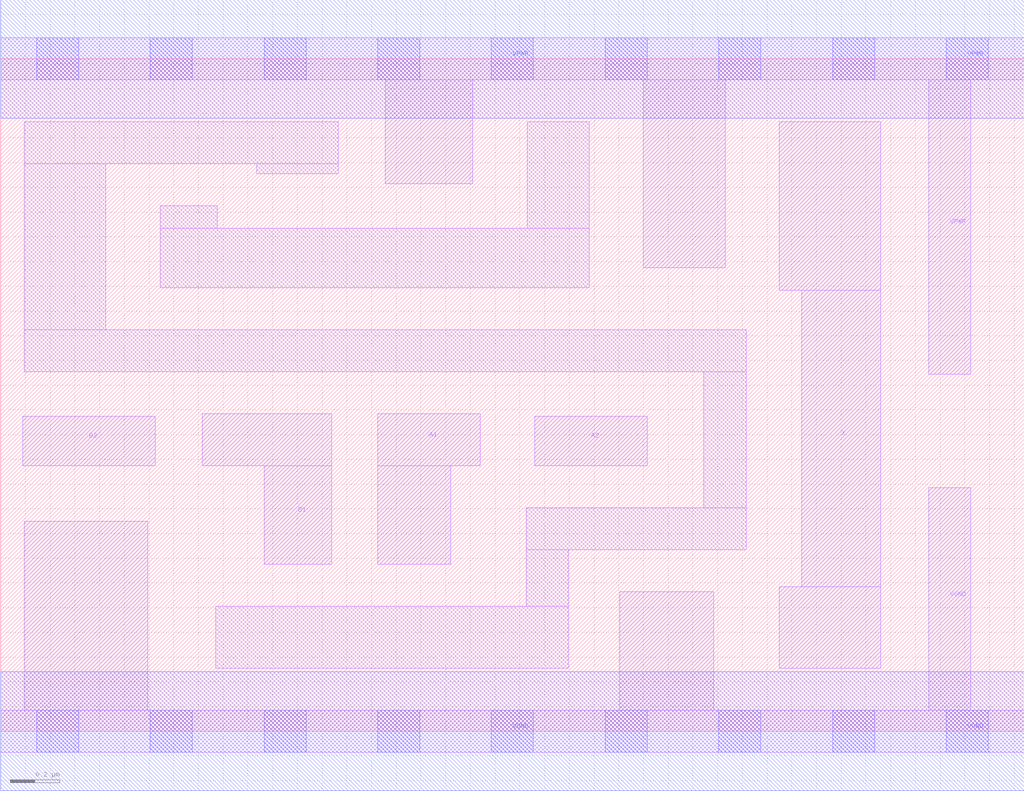
<source format=lef>
# Copyright 2020 The SkyWater PDK Authors
#
# Licensed under the Apache License, Version 2.0 (the "License");
# you may not use this file except in compliance with the License.
# You may obtain a copy of the License at
#
#     https://www.apache.org/licenses/LICENSE-2.0
#
# Unless required by applicable law or agreed to in writing, software
# distributed under the License is distributed on an "AS IS" BASIS,
# WITHOUT WARRANTIES OR CONDITIONS OF ANY KIND, either express or implied.
# See the License for the specific language governing permissions and
# limitations under the License.
#
# SPDX-License-Identifier: Apache-2.0

VERSION 5.7 ;
  NAMESCASESENSITIVE ON ;
  NOWIREEXTENSIONATPIN ON ;
  DIVIDERCHAR "/" ;
  BUSBITCHARS "[]" ;
UNITS
  DATABASE MICRONS 200 ;
END UNITS
PROPERTYDEFINITIONS
  MACRO maskLayoutSubType STRING ;
  MACRO prCellType STRING ;
  MACRO originalViewName STRING ;
END PROPERTYDEFINITIONS
MACRO sky130_fd_sc_hdll__a22o_2
  CLASS CORE ;
  FOREIGN sky130_fd_sc_hdll__a22o_2 ;
  ORIGIN  0.000000  0.000000 ;
  SIZE  4.140000 BY  2.720000 ;
  SYMMETRY X Y R90 ;
  SITE unithd ;
  PIN A1
    ANTENNAGATEAREA  0.277500 ;
    DIRECTION INPUT ;
    USE SIGNAL ;
    PORT
      LAYER li1 ;
        RECT 1.525000 0.675000 1.820000 1.075000 ;
        RECT 1.525000 1.075000 1.940000 1.285000 ;
    END
  END A1
  PIN A2
    ANTENNAGATEAREA  0.277500 ;
    DIRECTION INPUT ;
    USE SIGNAL ;
    PORT
      LAYER li1 ;
        RECT 2.160000 1.075000 2.615000 1.275000 ;
    END
  END A2
  PIN B1
    ANTENNAGATEAREA  0.277500 ;
    DIRECTION INPUT ;
    USE SIGNAL ;
    PORT
      LAYER li1 ;
        RECT 0.815000 1.075000 1.340000 1.285000 ;
        RECT 1.065000 0.675000 1.340000 1.075000 ;
    END
  END B1
  PIN B2
    ANTENNAGATEAREA  0.277500 ;
    DIRECTION INPUT ;
    USE SIGNAL ;
    PORT
      LAYER li1 ;
        RECT 0.090000 1.075000 0.625000 1.275000 ;
    END
  END B2
  PIN X
    ANTENNADIFFAREA  0.498000 ;
    DIRECTION OUTPUT ;
    USE SIGNAL ;
    PORT
      LAYER li1 ;
        RECT 3.150000 0.255000 3.560000 0.585000 ;
        RECT 3.150000 1.785000 3.560000 2.465000 ;
        RECT 3.240000 0.585000 3.560000 1.785000 ;
    END
  END X
  PIN VGND
    DIRECTION INOUT ;
    USE GROUND ;
    PORT
      LAYER li1 ;
        RECT 0.000000 -0.085000 4.140000 0.085000 ;
        RECT 0.095000  0.085000 0.595000 0.850000 ;
        RECT 2.505000  0.085000 2.885000 0.565000 ;
        RECT 3.755000  0.085000 3.925000 0.985000 ;
      LAYER mcon ;
        RECT 0.145000 -0.085000 0.315000 0.085000 ;
        RECT 0.605000 -0.085000 0.775000 0.085000 ;
        RECT 1.065000 -0.085000 1.235000 0.085000 ;
        RECT 1.525000 -0.085000 1.695000 0.085000 ;
        RECT 1.985000 -0.085000 2.155000 0.085000 ;
        RECT 2.445000 -0.085000 2.615000 0.085000 ;
        RECT 2.905000 -0.085000 3.075000 0.085000 ;
        RECT 3.365000 -0.085000 3.535000 0.085000 ;
        RECT 3.825000 -0.085000 3.995000 0.085000 ;
      LAYER met1 ;
        RECT 0.000000 -0.240000 4.140000 0.240000 ;
    END
  END VGND
  PIN VPWR
    DIRECTION INOUT ;
    USE POWER ;
    PORT
      LAYER li1 ;
        RECT 0.000000 2.635000 4.140000 2.805000 ;
        RECT 1.555000 2.215000 1.910000 2.635000 ;
        RECT 2.600000 1.875000 2.930000 2.635000 ;
        RECT 3.755000 1.445000 3.925000 2.635000 ;
      LAYER mcon ;
        RECT 0.145000 2.635000 0.315000 2.805000 ;
        RECT 0.605000 2.635000 0.775000 2.805000 ;
        RECT 1.065000 2.635000 1.235000 2.805000 ;
        RECT 1.525000 2.635000 1.695000 2.805000 ;
        RECT 1.985000 2.635000 2.155000 2.805000 ;
        RECT 2.445000 2.635000 2.615000 2.805000 ;
        RECT 2.905000 2.635000 3.075000 2.805000 ;
        RECT 3.365000 2.635000 3.535000 2.805000 ;
        RECT 3.825000 2.635000 3.995000 2.805000 ;
      LAYER met1 ;
        RECT 0.000000 2.480000 4.140000 2.960000 ;
    END
  END VPWR
  OBS
    LAYER li1 ;
      RECT 0.095000 1.455000 3.015000 1.625000 ;
      RECT 0.095000 1.625000 0.425000 2.295000 ;
      RECT 0.095000 2.295000 1.365000 2.465000 ;
      RECT 0.645000 1.795000 2.380000 2.035000 ;
      RECT 0.645000 2.035000 0.875000 2.125000 ;
      RECT 0.870000 0.255000 2.295000 0.505000 ;
      RECT 1.035000 2.255000 1.365000 2.295000 ;
      RECT 2.125000 0.505000 2.295000 0.735000 ;
      RECT 2.125000 0.735000 3.015000 0.905000 ;
      RECT 2.130000 2.035000 2.380000 2.465000 ;
      RECT 2.845000 0.905000 3.015000 1.455000 ;
  END
  PROPERTY maskLayoutSubType "abstract" ;
  PROPERTY prCellType "standard" ;
  PROPERTY originalViewName "layout" ;
END sky130_fd_sc_hdll__a22o_2

</source>
